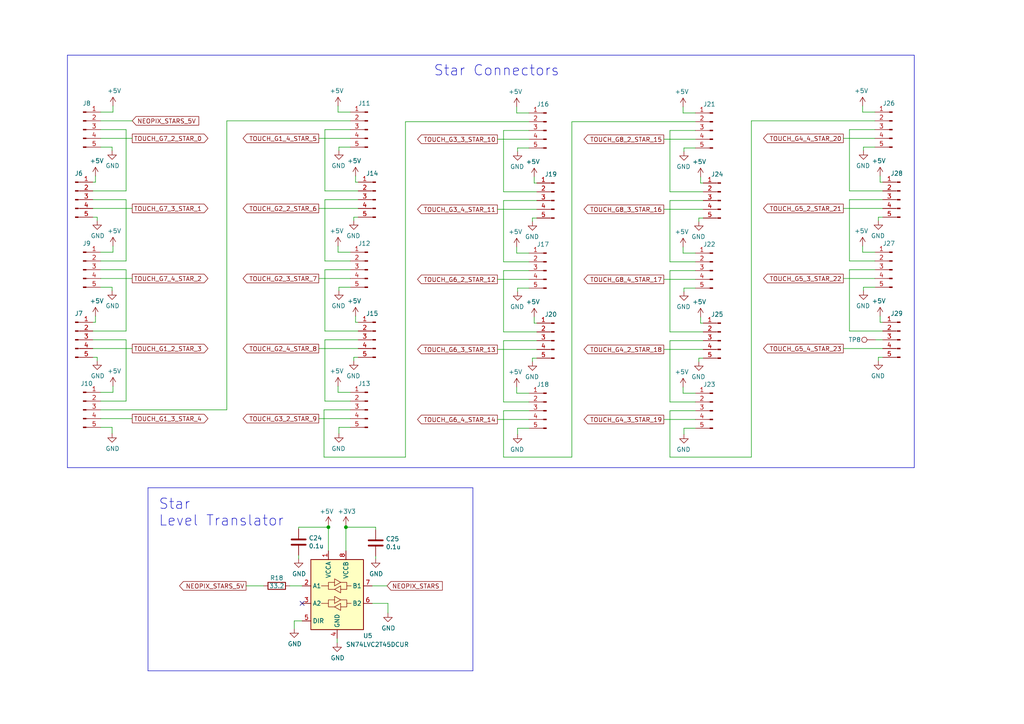
<source format=kicad_sch>
(kicad_sch (version 20230121) (generator eeschema)
  (paper "A4")
  (lib_symbols
    (symbol "Connector:TestPoint" (pin_numbers hide) (pin_names (offset 0.762) hide)
      (property "Reference" "TP" (at 0 6.858 0))
      (property "Value" "TestPoint" (at 0 5.08 0))
      (symbol "TestPoint_0_1"
        (circle (center 0 3.302) (radius 0.762))
      )
      (symbol "TestPoint_1_1"
        (pin passive line (at 0 0 90) (length 2.54) (name "1") (number "1"))
      )
    )
    (symbol "Device:C" (pin_numbers hide) (pin_names (offset 0.254))
      (property "Reference" "C" (at 0.635 2.54 0))
      (property "Value" "C" (at 0.635 -2.54 0))
      (symbol "C_0_1"
        (polyline (pts (xy -2.032 -0.762) (xy 2.032 -0.762)) (stroke (width 0.508)))
        (polyline (pts (xy -2.032 0.762) (xy 2.032 0.762)) (stroke (width 0.508)))
      )
      (symbol "C_1_1"
        (pin passive line (at 0 3.81 270) (length 2.794) (name "~") (number "1"))
        (pin passive line (at 0 -3.81 90) (length 2.794) (name "~") (number "2"))
      )
    )
    (symbol "Device:R" (pin_numbers hide) (pin_names (offset 0))
      (property "Reference" "R" (at 2.032 0 90))
      (property "Value" "R" (at 0 0 90))
      (symbol "R_0_1"
        (rectangle (start -1.016 -2.54) (end 1.016 2.54) (stroke (width 0.254)))
      )
      (symbol "R_1_1"
        (pin passive line (at 0 3.81 270) (length 1.27) (name "~") (number "1"))
        (pin passive line (at 0 -3.81 90) (length 1.27) (name "~") (number "2"))
      )
    )
    (symbol "Logic_LevelTranslator:SN74LVC2T45DCUR"
      (property "Reference" "U" (at -6.35 11.43 0))
      (property "Value" "SN74LVC2T45DCUR" (at 3.81 11.43 0))
      (symbol "SN74LVC2T45DCUR_0_1"
        (rectangle (start -7.62 10.16) (end 7.62 -10.16) (stroke (width 0.254)) (fill (type background)))
        (polyline (pts (xy -2.54 2.54) (xy -2.54 3.556) (xy -0.762 3.556)))
        (polyline (pts (xy 2.794 2.54) (xy 2.794 1.524) (xy 1.016 1.524)))
        (polyline (pts (xy -0.762 1.524) (xy -2.54 1.524) (xy -2.54 2.54) (xy -4.572 2.54)))
        (polyline (pts (xy -0.762 2.54) (xy -0.762 4.572) (xy 1.016 3.556) (xy -0.762 2.54)))
        (polyline (pts (xy 1.016 3.556) (xy 2.794 3.556) (xy 2.794 2.54) (xy 4.064 2.54)))
        (polyline (pts (xy 1.016 2.54) (xy 1.016 0.762) (xy 1.016 0.508) (xy -0.762 1.524) (xy 1.016 2.54)))
      )
      (symbol "SN74LVC2T45DCUR_1_1"
        (polyline (pts (xy -2.54 -2.54) (xy -2.54 -1.524) (xy -0.762 -1.524)))
        (polyline (pts (xy 2.794 -2.54) (xy 2.794 -3.556) (xy 1.016 -3.556)))
        (polyline (pts (xy -0.762 -3.556) (xy -2.54 -3.556) (xy -2.54 -2.54) (xy -4.572 -2.54)))
        (polyline (pts (xy -0.762 -2.54) (xy -0.762 -0.508) (xy 1.016 -1.524) (xy -0.762 -2.54)))
        (polyline (pts (xy 1.016 -1.524) (xy 2.794 -1.524) (xy 2.794 -2.54) (xy 4.064 -2.54)))
        (polyline (pts (xy 1.016 -2.54) (xy 1.016 -4.318) (xy 1.016 -4.572) (xy -0.762 -3.556) (xy 1.016 -2.54)))
        (pin power_in line (at -2.54 12.7 270) (length 2.54) (name "VCCA") (number "1"))
        (pin bidirectional line (at -10.16 2.54 0) (length 2.54) (name "A1") (number "2"))
        (pin bidirectional line (at -10.16 -2.54 0) (length 2.54) (name "A2") (number "3"))
        (pin power_in line (at 0 -12.7 90) (length 2.54) (name "GND") (number "4"))
        (pin input line (at -10.16 -7.62 0) (length 2.54) (name "DIR") (number "5"))
        (pin bidirectional line (at 10.16 -2.54 180) (length 2.54) (name "B2") (number "6"))
        (pin bidirectional line (at 10.16 2.54 180) (length 2.54) (name "B1") (number "7"))
        (pin power_in line (at 2.54 12.7 270) (length 2.54) (name "VCCB") (number "8"))
      )
    )
    (symbol "SpaceCenter_MainBoard_KiCAD-rescue:+3.3V-power" (power) (pin_names (offset 0))
      (property "Value" "+3.3V-power" (at 0 3.556 0))
      (symbol "+3.3V-power_0_1"
        (polyline (pts (xy -0.762 1.27) (xy 0 2.54)))
        (polyline (pts (xy 0 0) (xy 0 2.54)))
        (polyline (pts (xy 0 2.54) (xy 0.762 1.27)))
      )
      (symbol "+3.3V-power_1_1"
        (pin power_in line (at 0 0 90) (length 0) hide (name "+3V3") (number "1"))
      )
    )
    (symbol "SpaceCenter_MainBoard_KiCAD-rescue:Conn_01x05_Male-Connector" (pin_names (offset 1.016) hide)
      (property "Reference" "J" (at 0 7.62 0))
      (property "Value" "Connector_Conn_01x05_Male" (at 0 -7.62 0))
      (symbol "Conn_01x05_Male-Connector_1_1"
        (polyline (pts (xy 1.27 -5.08) (xy 0.8636 -5.08)) (stroke (width 0.1524)))
        (polyline (pts (xy 1.27 -2.54) (xy 0.8636 -2.54)) (stroke (width 0.1524)))
        (polyline (pts (xy 1.27 0) (xy 0.8636 0)) (stroke (width 0.1524)))
        (polyline (pts (xy 1.27 2.54) (xy 0.8636 2.54)) (stroke (width 0.1524)))
        (polyline (pts (xy 1.27 5.08) (xy 0.8636 5.08)) (stroke (width 0.1524)))
        (rectangle (start 0.8636 -4.953) (end 0 -5.207) (stroke (width 0.1524)) (fill (type outline)))
        (rectangle (start 0.8636 -2.413) (end 0 -2.667) (stroke (width 0.1524)) (fill (type outline)))
        (rectangle (start 0.8636 0.127) (end 0 -0.127) (stroke (width 0.1524)) (fill (type outline)))
        (rectangle (start 0.8636 2.667) (end 0 2.413) (stroke (width 0.1524)) (fill (type outline)))
        (rectangle (start 0.8636 5.207) (end 0 4.953) (stroke (width 0.1524)) (fill (type outline)))
        (pin passive line (at 5.08 5.08 180) (length 3.81) (name "Pin_1") (number "1"))
        (pin passive line (at 5.08 2.54 180) (length 3.81) (name "Pin_2") (number "2"))
        (pin passive line (at 5.08 0 180) (length 3.81) (name "Pin_3") (number "3"))
        (pin passive line (at 5.08 -2.54 180) (length 3.81) (name "Pin_4") (number "4"))
        (pin passive line (at 5.08 -5.08 180) (length 3.81) (name "Pin_5") (number "5"))
      )
    )
    (symbol "power:+5V" (power) (pin_names (offset 0))
      (property "Value" "+5V" (at 0 3.556 0))
      (symbol "+5V_0_1"
        (polyline (pts (xy -0.762 1.27) (xy 0 2.54)))
        (polyline (pts (xy 0 0) (xy 0 2.54)))
        (polyline (pts (xy 0 2.54) (xy 0.762 1.27)))
      )
      (symbol "+5V_1_1"
        (pin power_in line (at 0 0 90) (length 0) hide (name "+5V") (number "1"))
      )
    )
    (symbol "power:GND" (power) (pin_names (offset 0))
      (property "Value" "GND" (at 0 -3.81 0))
      (symbol "GND_0_1"
        (polyline (pts (xy 0 0) (xy 0 -1.27) (xy 1.27 -1.27) (xy 0 -2.54) (xy -1.27 -1.27) (xy 0 -1.27)))
      )
      (symbol "GND_1_1"
        (pin power_in line (at 0 0 270) (length 0) hide (name "GND") (number "1"))
      )
    )
  )
  (junction (at 100.33 152.908))
  (junction (at 95.25 152.908))
  (no_connect (at 87.63 175.006))
  (wire (pts (xy 27.686 52.832) (xy 27.686 51.054)))
  (wire (pts (xy 32.512 83.312) (xy 32.512 84.328)))
  (wire (pts (xy 153.416 73.406) (xy 149.86 73.406)))
  (wire (pts (xy 29.21 40.132) (xy 38.354 40.132)))
  (wire (pts (xy 198.12 73.406) (xy 198.12 71.628)))
  (wire (pts (xy 86.614 153.416) (xy 86.614 152.908)))
  (wire (pts (xy 153.416 81.026) (xy 144.272 81.026)))
  (wire (pts (xy 36.576 57.912) (xy 36.576 75.692)))
  (wire (pts (xy 146.05 37.846) (xy 146.05 55.626)))
  (polyline (pts (xy 137.16 194.564) (xy 137.16 141.478)))
  (wire (pts (xy 201.676 37.846) (xy 194.31 37.846)))
  (wire (pts (xy 101.6 37.592) (xy 94.234 37.592)))
  (wire (pts (xy 101.6 78.232) (xy 94.234 78.232)))
  (wire (pts (xy 101.6 40.132) (xy 92.456 40.132)))
  (wire (pts (xy 203.962 60.706) (xy 192.532 60.706)))
  (wire (pts (xy 246.38 75.692) (xy 253.746 75.692)))
  (wire (pts (xy 155.702 63.246) (xy 154.432 63.246)))
  (polyline (pts (xy 265.176 16.002) (xy 265.176 135.636)))
  (wire (pts (xy 203.2 93.726) (xy 203.2 91.948)))
  (wire (pts (xy 155.702 55.626) (xy 146.05 55.626)))
  (wire (pts (xy 146.05 132.588) (xy 165.862 132.588)))
  (wire (pts (xy 32.512 42.672) (xy 32.512 43.688)))
  (wire (pts (xy 203.962 101.346) (xy 192.532 101.346)))
  (wire (pts (xy 203.962 58.166) (xy 194.31 58.166)))
  (wire (pts (xy 32.766 73.152) (xy 32.766 71.374)))
  (wire (pts (xy 253.746 83.312) (xy 250.444 83.312)))
  (wire (pts (xy 250.444 42.672) (xy 250.444 43.688)))
  (wire (pts (xy 103.886 55.372) (xy 94.234 55.372)))
  (wire (pts (xy 201.676 114.046) (xy 198.12 114.046)))
  (polyline (pts (xy 19.558 135.636) (xy 265.176 135.636)))
  (wire (pts (xy 87.63 169.926) (xy 84.074 169.926)))
  (wire (pts (xy 101.6 123.952) (xy 98.298 123.952)))
  (wire (pts (xy 102.616 103.632) (xy 102.616 104.648)))
  (wire (pts (xy 26.924 101.092) (xy 38.354 101.092)))
  (wire (pts (xy 256.032 57.912) (xy 246.38 57.912)))
  (wire (pts (xy 155.702 93.726) (xy 154.94 93.726)))
  (wire (pts (xy 98.044 113.792) (xy 98.044 112.014)))
  (wire (pts (xy 201.676 124.206) (xy 198.374 124.206)))
  (wire (pts (xy 253.746 42.672) (xy 250.444 42.672)))
  (wire (pts (xy 256.032 96.012) (xy 246.38 96.012)))
  (wire (pts (xy 253.746 80.772) (xy 244.602 80.772)))
  (wire (pts (xy 150.114 42.926) (xy 150.114 43.942)))
  (wire (pts (xy 149.86 114.046) (xy 149.86 112.268)))
  (wire (pts (xy 29.21 32.512) (xy 32.766 32.512)))
  (wire (pts (xy 28.194 62.992) (xy 28.194 64.008)))
  (wire (pts (xy 71.374 169.926) (xy 76.454 169.926)))
  (wire (pts (xy 153.416 114.046) (xy 149.86 114.046)))
  (wire (pts (xy 194.31 119.126) (xy 201.676 119.126)))
  (wire (pts (xy 246.38 37.592) (xy 246.38 55.372)))
  (wire (pts (xy 250.444 83.312) (xy 250.444 84.328)))
  (wire (pts (xy 101.6 42.672) (xy 98.298 42.672)))
  (wire (pts (xy 203.2 53.086) (xy 203.2 51.308)))
  (wire (pts (xy 26.924 60.452) (xy 38.354 60.452)))
  (wire (pts (xy 107.95 169.926) (xy 112.268 169.926)))
  (wire (pts (xy 203.962 55.626) (xy 194.31 55.626)))
  (wire (pts (xy 253.746 32.512) (xy 250.19 32.512)))
  (wire (pts (xy 95.25 152.4) (xy 95.25 152.908)))
  (wire (pts (xy 146.05 119.126) (xy 153.416 119.126)))
  (wire (pts (xy 194.31 37.846) (xy 194.31 55.626)))
  (wire (pts (xy 256.032 101.092) (xy 244.602 101.092)))
  (wire (pts (xy 198.12 114.046) (xy 198.12 112.268)))
  (wire (pts (xy 149.86 32.766) (xy 149.86 30.988)))
  (wire (pts (xy 65.786 118.872) (xy 65.786 35.052)))
  (wire (pts (xy 146.05 119.126) (xy 146.05 132.588)))
  (wire (pts (xy 103.886 103.632) (xy 102.616 103.632)))
  (wire (pts (xy 155.702 98.806) (xy 146.05 98.806)))
  (wire (pts (xy 194.31 116.586) (xy 201.676 116.586)))
  (wire (pts (xy 146.05 75.946) (xy 153.416 75.946)))
  (wire (pts (xy 165.862 35.306) (xy 201.676 35.306)))
  (wire (pts (xy 101.6 113.792) (xy 98.044 113.792)))
  (wire (pts (xy 254 98.552) (xy 256.032 98.552)))
  (wire (pts (xy 26.924 93.472) (xy 27.686 93.472)))
  (wire (pts (xy 93.98 118.872) (xy 93.98 132.588)))
  (wire (pts (xy 194.31 75.946) (xy 201.676 75.946)))
  (wire (pts (xy 36.576 75.692) (xy 29.21 75.692)))
  (wire (pts (xy 26.924 57.912) (xy 36.576 57.912)))
  (wire (pts (xy 201.676 32.766) (xy 198.12 32.766)))
  (wire (pts (xy 198.374 42.926) (xy 198.374 43.942)))
  (wire (pts (xy 36.576 116.332) (xy 29.21 116.332)))
  (wire (pts (xy 94.234 116.332) (xy 101.6 116.332)))
  (wire (pts (xy 146.05 58.166) (xy 146.05 75.946)))
  (wire (pts (xy 201.676 42.926) (xy 198.374 42.926)))
  (wire (pts (xy 103.886 93.472) (xy 103.124 93.472)))
  (wire (pts (xy 201.676 78.486) (xy 194.31 78.486)))
  (wire (pts (xy 85.344 180.086) (xy 87.63 180.086)))
  (wire (pts (xy 253.746 37.592) (xy 246.38 37.592)))
  (wire (pts (xy 201.676 121.666) (xy 192.532 121.666)))
  (wire (pts (xy 155.702 101.346) (xy 144.272 101.346)))
  (wire (pts (xy 153.416 78.486) (xy 146.05 78.486)))
  (wire (pts (xy 253.746 40.132) (xy 244.602 40.132)))
  (wire (pts (xy 103.886 62.992) (xy 102.616 62.992)))
  (wire (pts (xy 36.576 98.552) (xy 36.576 116.332)))
  (wire (pts (xy 256.032 62.992) (xy 254.762 62.992)))
  (wire (pts (xy 150.114 83.566) (xy 150.114 84.582)))
  (wire (pts (xy 198.374 83.566) (xy 198.374 84.582)))
  (wire (pts (xy 28.194 103.632) (xy 28.194 104.648)))
  (wire (pts (xy 26.924 55.372) (xy 36.576 55.372)))
  (wire (pts (xy 101.6 73.152) (xy 98.044 73.152)))
  (wire (pts (xy 26.924 98.552) (xy 36.576 98.552)))
  (wire (pts (xy 38.354 35.052) (xy 29.21 35.052)))
  (wire (pts (xy 26.924 62.992) (xy 28.194 62.992)))
  (wire (pts (xy 198.374 124.206) (xy 198.374 125.984)))
  (wire (pts (xy 102.616 62.992) (xy 102.616 64.008)))
  (wire (pts (xy 100.33 159.766) (xy 100.33 152.908)))
  (wire (pts (xy 108.966 152.908) (xy 100.33 152.908)))
  (wire (pts (xy 26.924 103.632) (xy 28.194 103.632)))
  (wire (pts (xy 103.124 52.832) (xy 103.124 51.054)))
  (wire (pts (xy 217.932 132.588) (xy 217.932 35.052)))
  (wire (pts (xy 246.38 57.912) (xy 246.38 75.692)))
  (wire (pts (xy 254.762 103.632) (xy 254.762 104.648)))
  (wire (pts (xy 29.21 78.232) (xy 36.576 78.232)))
  (wire (pts (xy 203.962 53.086) (xy 203.2 53.086)))
  (wire (pts (xy 100.33 152.4) (xy 100.33 152.908)))
  (wire (pts (xy 103.886 101.092) (xy 92.456 101.092)))
  (polyline (pts (xy 19.558 16.002) (xy 19.558 135.636)))
  (wire (pts (xy 149.86 73.406) (xy 149.86 71.628)))
  (wire (pts (xy 217.932 35.052) (xy 253.746 35.052)))
  (wire (pts (xy 155.702 96.266) (xy 146.05 96.266)))
  (wire (pts (xy 153.416 42.926) (xy 150.114 42.926)))
  (wire (pts (xy 155.702 58.166) (xy 146.05 58.166)))
  (wire (pts (xy 153.416 124.206) (xy 150.114 124.206)))
  (wire (pts (xy 98.044 32.512) (xy 98.044 30.734)))
  (wire (pts (xy 201.676 73.406) (xy 198.12 73.406)))
  (wire (pts (xy 154.94 93.726) (xy 154.94 91.948)))
  (wire (pts (xy 103.886 57.912) (xy 94.234 57.912)))
  (wire (pts (xy 94.234 57.912) (xy 94.234 75.692)))
  (wire (pts (xy 101.6 32.512) (xy 98.044 32.512)))
  (wire (pts (xy 201.676 83.566) (xy 198.374 83.566)))
  (wire (pts (xy 29.21 123.952) (xy 32.512 123.952)))
  (wire (pts (xy 153.416 83.566) (xy 150.114 83.566)))
  (wire (pts (xy 254.762 62.992) (xy 254.762 64.008)))
  (wire (pts (xy 203.962 96.266) (xy 194.31 96.266)))
  (wire (pts (xy 98.298 123.952) (xy 98.298 125.73)))
  (wire (pts (xy 153.416 121.666) (xy 144.272 121.666)))
  (wire (pts (xy 36.576 78.232) (xy 36.576 96.012)))
  (wire (pts (xy 194.31 119.126) (xy 194.31 132.588)))
  (wire (pts (xy 256.032 60.452) (xy 244.602 60.452)))
  (wire (pts (xy 94.234 75.692) (xy 101.6 75.692)))
  (wire (pts (xy 165.862 132.588) (xy 165.862 35.306)))
  (wire (pts (xy 255.27 52.832) (xy 255.27 51.054)))
  (wire (pts (xy 253.746 78.232) (xy 246.38 78.232)))
  (wire (pts (xy 103.886 60.452) (xy 92.456 60.452)))
  (wire (pts (xy 203.962 93.726) (xy 203.2 93.726)))
  (wire (pts (xy 256.032 103.632) (xy 254.762 103.632)))
  (wire (pts (xy 29.21 83.312) (xy 32.512 83.312)))
  (wire (pts (xy 253.746 73.152) (xy 250.19 73.152)))
  (polyline (pts (xy 19.558 16.002) (xy 265.176 16.002)))
  (wire (pts (xy 101.6 121.412) (xy 92.456 121.412)))
  (wire (pts (xy 198.12 32.766) (xy 198.12 30.988)))
  (wire (pts (xy 32.766 113.792) (xy 32.766 112.014)))
  (wire (pts (xy 103.886 96.012) (xy 94.234 96.012)))
  (wire (pts (xy 201.676 40.386) (xy 192.532 40.386)))
  (wire (pts (xy 153.416 37.846) (xy 146.05 37.846)))
  (wire (pts (xy 256.032 52.832) (xy 255.27 52.832)))
  (wire (pts (xy 108.966 161.29) (xy 108.966 162.052)))
  (wire (pts (xy 29.21 37.592) (xy 36.576 37.592)))
  (wire (pts (xy 201.676 81.026) (xy 192.532 81.026)))
  (wire (pts (xy 95.25 159.766) (xy 95.25 152.908)))
  (polyline (pts (xy 137.16 141.478) (xy 42.926 141.478)))
  (wire (pts (xy 98.044 73.152) (xy 98.044 71.374)))
  (wire (pts (xy 112.522 175.006) (xy 112.522 177.8)))
  (polyline (pts (xy 42.926 141.478) (xy 42.926 194.564)))
  (wire (pts (xy 194.31 58.166) (xy 194.31 75.946)))
  (wire (pts (xy 154.432 63.246) (xy 154.432 64.262)))
  (wire (pts (xy 117.602 132.588) (xy 117.602 35.306)))
  (wire (pts (xy 150.114 124.206) (xy 150.114 125.984)))
  (wire (pts (xy 86.614 161.036) (xy 86.614 162.052)))
  (wire (pts (xy 155.702 53.086) (xy 154.94 53.086)))
  (wire (pts (xy 94.234 37.592) (xy 94.234 55.372)))
  (wire (pts (xy 103.124 93.472) (xy 103.124 91.694)))
  (wire (pts (xy 194.31 132.588) (xy 217.932 132.588)))
  (wire (pts (xy 146.05 116.586) (xy 153.416 116.586)))
  (wire (pts (xy 153.416 40.386) (xy 144.272 40.386)))
  (wire (pts (xy 29.21 121.412) (xy 38.354 121.412)))
  (wire (pts (xy 203.962 98.806) (xy 194.31 98.806)))
  (wire (pts (xy 194.31 98.806) (xy 194.31 116.586)))
  (wire (pts (xy 85.344 182.372) (xy 85.344 180.086)))
  (wire (pts (xy 29.21 113.792) (xy 32.766 113.792)))
  (wire (pts (xy 146.05 98.806) (xy 146.05 116.586)))
  (wire (pts (xy 32.766 32.512) (xy 32.766 30.734)))
  (wire (pts (xy 202.692 63.246) (xy 202.692 64.262)))
  (wire (pts (xy 32.512 123.952) (xy 32.512 125.73)))
  (wire (pts (xy 29.21 42.672) (xy 32.512 42.672)))
  (wire (pts (xy 94.234 98.552) (xy 94.234 116.332)))
  (wire (pts (xy 29.21 80.772) (xy 38.354 80.772)))
  (wire (pts (xy 93.98 118.872) (xy 101.6 118.872)))
  (wire (pts (xy 203.962 63.246) (xy 202.692 63.246)))
  (wire (pts (xy 155.702 103.886) (xy 154.432 103.886)))
  (wire (pts (xy 246.38 78.232) (xy 246.38 96.012)))
  (wire (pts (xy 194.31 78.486) (xy 194.31 96.266)))
  (wire (pts (xy 155.702 60.706) (xy 144.272 60.706)))
  (wire (pts (xy 26.924 96.012) (xy 36.576 96.012)))
  (wire (pts (xy 255.27 93.472) (xy 255.27 91.694)))
  (wire (pts (xy 250.19 73.152) (xy 250.19 71.374)))
  (wire (pts (xy 250.19 32.512) (xy 250.19 30.734)))
  (wire (pts (xy 103.886 98.552) (xy 94.234 98.552)))
  (wire (pts (xy 65.786 35.052) (xy 101.6 35.052)))
  (wire (pts (xy 93.98 132.588) (xy 117.602 132.588)))
  (wire (pts (xy 202.692 103.886) (xy 202.692 104.902)))
  (wire (pts (xy 154.94 53.086) (xy 154.94 51.308)))
  (wire (pts (xy 36.576 37.592) (xy 36.576 55.372)))
  (wire (pts (xy 154.432 103.886) (xy 154.432 104.902)))
  (wire (pts (xy 203.962 103.886) (xy 202.692 103.886)))
  (wire (pts (xy 256.032 55.372) (xy 246.38 55.372)))
  (wire (pts (xy 256.032 93.472) (xy 255.27 93.472)))
  (wire (pts (xy 153.416 32.766) (xy 149.86 32.766)))
  (wire (pts (xy 146.05 78.486) (xy 146.05 96.266)))
  (wire (pts (xy 86.614 152.908) (xy 95.25 152.908)))
  (wire (pts (xy 98.298 83.312) (xy 98.298 84.328)))
  (wire (pts (xy 97.79 185.166) (xy 97.79 186.436)))
  (wire (pts (xy 108.966 153.67) (xy 108.966 152.908)))
  (wire (pts (xy 26.924 52.832) (xy 27.686 52.832)))
  (wire (pts (xy 29.21 73.152) (xy 32.766 73.152)))
  (wire (pts (xy 101.6 80.772) (xy 92.456 80.772)))
  (wire (pts (xy 117.602 35.306) (xy 153.416 35.306)))
  (wire (pts (xy 29.21 118.872) (xy 65.786 118.872)))
  (wire (pts (xy 103.886 52.832) (xy 103.124 52.832)))
  (wire (pts (xy 94.234 78.232) (xy 94.234 96.012)))
  (polyline (pts (xy 42.926 194.564) (xy 137.16 194.564)))
  (wire (pts (xy 107.95 175.006) (xy 112.522 175.006)))
  (wire (pts (xy 27.686 93.472) (xy 27.686 91.694)))
  (wire (pts (xy 98.298 42.672) (xy 98.298 43.688)))
  (wire (pts (xy 101.6 83.312) (xy 98.298 83.312)))
  (text "Star\nLevel Translator" (at 45.974 152.908 0) (effects (font (size 2.9972 2.9972)) (justify left bottom)))
  (text "Star Connectors" (at 125.73 22.352 0) (effects (font (size 2.9972 2.9972)) (justify left bottom)))
  (global_label "TOUCH_G8_2_STAR_15" (shape output) (at 192.532 40.386 180) (property "Intersheetrefs" "${INTERSHEET_REFS}" (effects hide)))
  (global_label "TOUCH_G6_2_STAR_12" (shape output) (at 144.272 81.026 180) (property "Intersheetrefs" "${INTERSHEET_REFS}" (effects hide)))
  (global_label "TOUCH_G3_2_STAR_9" (shape output) (at 92.456 121.412 180) (property "Intersheetrefs" "${INTERSHEET_REFS}" (effects hide)))
  (global_label "TOUCH_G7_3_STAR_1" (shape output) (at 38.354 60.452 0) (property "Intersheetrefs" "${INTERSHEET_REFS}" (effects hide)))
  (global_label "TOUCH_G8_4_STAR_17" (shape output) (at 192.532 81.026 180) (property "Intersheetrefs" "${INTERSHEET_REFS}" (effects hide)))
  (global_label "TOUCH_G3_4_STAR_11" (shape output) (at 144.272 60.706 180) (property "Intersheetrefs" "${INTERSHEET_REFS}" (effects hide)))
  (global_label "TOUCH_G2_4_STAR_8" (shape output) (at 92.456 101.092 180) (property "Intersheetrefs" "${INTERSHEET_REFS}" (effects hide)))
  (global_label "NEOPIX_STARS" (shape input) (at 112.268 169.926 0) (property "Intersheetrefs" "${INTERSHEET_REFS}" (effects hide)))
  (global_label "TOUCH_G8_3_STAR_16" (shape output) (at 192.532 60.706 180) (property "Intersheetrefs" "${INTERSHEET_REFS}" (effects hide)))
  (global_label "TOUCH_G4_4_STAR_20" (shape output) (at 244.602 40.132 180) (property "Intersheetrefs" "${INTERSHEET_REFS}" (effects hide)))
  (global_label "TOUCH_G4_3_STAR_19" (shape output) (at 192.532 121.666 180) (property "Intersheetrefs" "${INTERSHEET_REFS}" (effects hide)))
  (global_label "NEOPIX_STARS_5V" (shape input) (at 38.354 35.052 0) (property "Intersheetrefs" "${INTERSHEET_REFS}" (effects hide)))
  (global_label "TOUCH_G5_2_STAR_21" (shape output) (at 244.602 60.452 180) (property "Intersheetrefs" "${INTERSHEET_REFS}" (effects hide)))
  (global_label "TOUCH_G3_3_STAR_10" (shape output) (at 144.272 40.386 180) (property "Intersheetrefs" "${INTERSHEET_REFS}" (effects hide)))
  (global_label "TOUCH_G2_2_STAR_6" (shape output) (at 92.456 60.452 180) (property "Intersheetrefs" "${INTERSHEET_REFS}" (effects hide)))
  (global_label "TOUCH_G5_3_STAR_22" (shape output) (at 244.602 80.772 180) (property "Intersheetrefs" "${INTERSHEET_REFS}" (effects hide)))
  (global_label "NEOPIX_STARS_5V" (shape output) (at 71.374 169.926 180) (property "Intersheetrefs" "${INTERSHEET_REFS}" (effects hide)))
  (global_label "TOUCH_G6_4_STAR_14" (shape output) (at 144.272 121.666 180) (property "Intersheetrefs" "${INTERSHEET_REFS}" (effects hide)))
  (global_label "TOUCH_G2_3_STAR_7" (shape output) (at 92.456 80.772 180) (property "Intersheetrefs" "${INTERSHEET_REFS}" (effects hide)))
  (global_label "TOUCH_G6_3_STAR_13" (shape output) (at 144.272 101.346 180) (property "Intersheetrefs" "${INTERSHEET_REFS}" (effects hide)))
  (global_label "TOUCH_G7_4_STAR_2" (shape output) (at 38.354 80.772 0) (property "Intersheetrefs" "${INTERSHEET_REFS}" (effects hide)))
  (global_label "TOUCH_G5_4_STAR_23" (shape output) (at 244.602 101.092 180) (property "Intersheetrefs" "${INTERSHEET_REFS}" (effects hide)))
  (global_label "TOUCH_G1_4_STAR_5" (shape output) (at 92.456 40.132 180) (property "Intersheetrefs" "${INTERSHEET_REFS}" (effects hide)))
  (global_label "TOUCH_G1_3_STAR_4" (shape output) (at 38.354 121.412 0) (property "Intersheetrefs" "${INTERSHEET_REFS}" (effects hide)))
  (global_label "TOUCH_G1_2_STAR_3" (shape output) (at 38.354 101.092 0) (property "Intersheetrefs" "${INTERSHEET_REFS}" (effects hide)))
  (global_label "TOUCH_G7_2_STAR_0" (shape output) (at 38.354 40.132 0) (property "Intersheetrefs" "${INTERSHEET_REFS}" (effects hide)))
  (global_label "TOUCH_G4_2_STAR_18" (shape output) (at 192.532 101.346 180) (property "Intersheetrefs" "${INTERSHEET_REFS}" (effects hide)))
  (symbol (lib_id "Logic_LevelTranslator:SN74LVC2T45DCUR") (at 97.79 172.466 0) (unit 1)
    (property "Reference" "U5" (at 106.68 184.404 0))
    (property "Value" "SN74LVC2T45DCUR" (at 109.474 186.944 0))
    (property "Footprint" "Package_SO:VSSOP-8_2.4x2.1mm_P0.5mm" (effects hide))
    (property "Datasheet" "http://www.ti.com/lit/ds/symlink/sn74lvc2t45.pdf" (effects hide))
  )
  (symbol (lib_id "SpaceCenter_MainBoard_KiCAD-rescue:Conn_01x05_Male-Connector") (at 24.13 37.592 0) (unit 1)
    (property "Reference" "J8" (at 25.146 29.972 0))
    (property "Value" "Conn_01x05_Male" (effects hide))
    (property "Footprint" "Connector_JST:JST_SH_BM05B-SRSS-TB_1x05-1MP_P1.00mm_Vertical" (effects hide))
  )
  (symbol (lib_id "power:+5V") (at 32.766 30.734 0) (unit 1)
    (property "Reference" "#PWR061" (effects hide))
    (property "Value" "+5V" (at 33.147 26.3398 0))
  )
  (symbol (lib_id "power:GND") (at 32.512 43.688 0) (unit 1)
    (property "Reference" "#PWR058" (effects hide))
    (property "Value" "GND" (at 32.639 48.0822 0))
  )
  (symbol (lib_id "SpaceCenter_MainBoard_KiCAD-rescue:Conn_01x05_Male-Connector") (at 21.844 57.912 0) (unit 1)
    (property "Reference" "J6" (at 22.86 50.292 0))
    (property "Value" "Conn_01x05_Male" (effects hide))
    (property "Footprint" "Connector_JST:JST_SH_BM05B-SRSS-TB_1x05-1MP_P1.00mm_Vertical" (effects hide))
  )
  (symbol (lib_id "power:+5V") (at 27.686 51.054 0) (unit 1)
    (property "Reference" "#PWR054" (effects hide))
    (property "Value" "+5V" (at 28.067 46.6598 0))
  )
  (symbol (lib_id "power:GND") (at 28.194 64.008 0) (unit 1)
    (property "Reference" "#PWR056" (effects hide))
    (property "Value" "GND" (at 28.321 68.4022 0))
  )
  (symbol (lib_id "Device:R") (at 80.264 169.926 270) (unit 1)
    (property "Reference" "R18" (at 80.264 167.64 90))
    (property "Value" "33.2" (at 80.264 169.926 90))
    (property "Footprint" "Resistor_SMD:R_0603_1608Metric_Pad1.05x0.95mm_HandSolder" (effects hide))
  )
  (symbol (lib_id "power:+5V") (at 95.25 152.4 0) (unit 1)
    (property "Reference" "#PWR066" (effects hide))
    (property "Value" "+5V" (at 94.742 148.336 0))
  )
  (symbol (lib_id "SpaceCenter_MainBoard_KiCAD-rescue:+3.3V-power") (at 100.33 152.4 0) (unit 1)
    (property "Reference" "#PWR074" (effects hide))
    (property "Value" "+3.3V" (at 100.584 148.336 0))
  )
  (symbol (lib_id "Device:C") (at 108.966 157.48 0) (unit 1)
    (property "Reference" "C25" (at 111.887 156.3116 0) (effects (justify left)))
    (property "Value" "0.1u" (at 111.887 158.623 0) (effects (justify left)))
    (property "Footprint" "Capacitor_SMD:C_0603_1608Metric_Pad1.05x0.95mm_HandSolder" (effects hide))
  )
  (symbol (lib_id "Device:C") (at 86.614 157.226 0) (unit 1)
    (property "Reference" "C24" (at 89.535 156.0576 0) (effects (justify left)))
    (property "Value" "0.1u" (at 89.535 158.369 0) (effects (justify left)))
    (property "Footprint" "Capacitor_SMD:C_0603_1608Metric_Pad1.05x0.95mm_HandSolder" (effects hide))
  )
  (symbol (lib_id "power:GND") (at 86.614 162.052 0) (unit 1)
    (property "Reference" "#PWR065" (effects hide))
    (property "Value" "GND" (at 86.741 166.4462 0))
  )
  (symbol (lib_id "power:GND") (at 108.966 162.052 0) (unit 1)
    (property "Reference" "#PWR079" (effects hide))
    (property "Value" "GND" (at 109.093 166.4462 0))
  )
  (symbol (lib_id "power:GND") (at 97.79 186.436 0) (unit 1)
    (property "Reference" "#PWR067" (effects hide))
    (property "Value" "GND" (at 97.917 190.8302 0))
  )
  (symbol (lib_id "power:GND") (at 85.344 182.372 0) (unit 1)
    (property "Reference" "#PWR064" (effects hide))
    (property "Value" "GND" (at 85.471 186.7662 0))
  )
  (symbol (lib_id "SpaceCenter_MainBoard_KiCAD-rescue:Conn_01x05_Male-Connector") (at 24.13 78.232 0) (unit 1)
    (property "Reference" "J9" (at 25.146 70.612 0))
    (property "Value" "Conn_01x05_Male" (effects hide))
    (property "Footprint" "Connector_JST:JST_SH_BM05B-SRSS-TB_1x05-1MP_P1.00mm_Vertical" (effects hide))
  )
  (symbol (lib_id "power:+5V") (at 32.766 71.374 0) (unit 1)
    (property "Reference" "#PWR062" (effects hide))
    (property "Value" "+5V" (at 33.147 66.9798 0))
  )
  (symbol (lib_id "power:GND") (at 32.512 84.328 0) (unit 1)
    (property "Reference" "#PWR059" (effects hide))
    (property "Value" "GND" (at 32.639 88.7222 0))
  )
  (symbol (lib_id "SpaceCenter_MainBoard_KiCAD-rescue:Conn_01x05_Male-Connector") (at 21.844 98.552 0) (unit 1)
    (property "Reference" "J7" (at 22.86 90.932 0))
    (property "Value" "Conn_01x05_Male" (effects hide))
    (property "Footprint" "Connector_JST:JST_SH_BM05B-SRSS-TB_1x05-1MP_P1.00mm_Vertical" (effects hide))
  )
  (symbol (lib_id "power:+5V") (at 27.686 91.694 0) (unit 1)
    (property "Reference" "#PWR055" (effects hide))
    (property "Value" "+5V" (at 28.067 87.2998 0))
  )
  (symbol (lib_id "power:GND") (at 28.194 104.648 0) (unit 1)
    (property "Reference" "#PWR057" (effects hide))
    (property "Value" "GND" (at 28.321 109.0422 0))
  )
  (symbol (lib_id "SpaceCenter_MainBoard_KiCAD-rescue:Conn_01x05_Male-Connector") (at 24.13 118.872 0) (unit 1)
    (property "Reference" "J10" (at 25.146 111.252 0))
    (property "Value" "Conn_01x05_Male" (effects hide))
    (property "Footprint" "Connector_JST:JST_SH_BM05B-SRSS-TB_1x05-1MP_P1.00mm_Vertical" (effects hide))
  )
  (symbol (lib_id "power:+5V") (at 32.766 112.014 0) (unit 1)
    (property "Reference" "#PWR063" (effects hide))
    (property "Value" "+5V" (at 33.147 107.6198 0))
  )
  (symbol (lib_id "power:GND") (at 32.512 125.73 0) (unit 1)
    (property "Reference" "#PWR060" (effects hide))
    (property "Value" "GND" (at 32.639 130.1242 0))
  )
  (symbol (lib_id "SpaceCenter_MainBoard_KiCAD-rescue:Conn_01x05_Male-Connector") (at 106.68 37.592 0) (mirror y) (unit 1)
    (property "Reference" "J11" (at 105.664 29.972 0))
    (property "Value" "Conn_01x05_Male" (effects hide))
    (property "Footprint" "Connector_JST:JST_SH_BM05B-SRSS-TB_1x05-1MP_P1.00mm_Vertical" (effects hide))
  )
  (symbol (lib_id "power:+5V") (at 98.044 30.734 0) (mirror y) (unit 1)
    (property "Reference" "#PWR068" (effects hide))
    (property "Value" "+5V" (at 97.663 26.3398 0))
  )
  (symbol (lib_id "power:GND") (at 98.298 43.688 0) (mirror y) (unit 1)
    (property "Reference" "#PWR071" (effects hide))
    (property "Value" "GND" (at 98.171 48.0822 0))
  )
  (symbol (lib_id "SpaceCenter_MainBoard_KiCAD-rescue:Conn_01x05_Male-Connector") (at 108.966 57.912 0) (mirror y) (unit 1)
    (property "Reference" "J14" (at 107.95 50.292 0))
    (property "Value" "Conn_01x05_Male" (effects hide))
    (property "Footprint" "Connector_JST:JST_SH_BM05B-SRSS-TB_1x05-1MP_P1.00mm_Vertical" (effects hide))
  )
  (symbol (lib_id "power:+5V") (at 103.124 51.054 0) (mirror y) (unit 1)
    (property "Reference" "#PWR077" (effects hide))
    (property "Value" "+5V" (at 102.743 46.6598 0))
  )
  (symbol (lib_id "power:GND") (at 102.616 64.008 0) (mirror y) (unit 1)
    (property "Reference" "#PWR075" (effects hide))
    (property "Value" "GND" (at 102.489 68.4022 0))
  )
  (symbol (lib_id "SpaceCenter_MainBoard_KiCAD-rescue:Conn_01x05_Male-Connector") (at 106.68 78.232 0) (mirror y) (unit 1)
    (property "Reference" "J12" (at 105.664 70.612 0))
    (property "Value" "Conn_01x05_Male" (effects hide))
    (property "Footprint" "Connector_JST:JST_SH_BM05B-SRSS-TB_1x05-1MP_P1.00mm_Vertical" (effects hide))
  )
  (symbol (lib_id "power:+5V") (at 98.044 71.374 0) (mirror y) (unit 1)
    (property "Reference" "#PWR069" (effects hide))
    (property "Value" "+5V" (at 97.663 66.9798 0))
  )
  (symbol (lib_id "power:GND") (at 98.298 84.328 0) (mirror y) (unit 1)
    (property "Reference" "#PWR072" (effects hide))
    (property "Value" "GND" (at 98.171 88.7222 0))
  )
  (symbol (lib_id "SpaceCenter_MainBoard_KiCAD-rescue:Conn_01x05_Male-Connector") (at 108.966 98.552 0) (mirror y) (unit 1)
    (property "Reference" "J15" (at 107.95 90.932 0))
    (property "Value" "Conn_01x05_Male" (effects hide))
    (property "Footprint" "Connector_JST:JST_SH_BM05B-SRSS-TB_1x05-1MP_P1.00mm_Vertical" (effects hide))
  )
  (symbol (lib_id "power:+5V") (at 103.124 91.694 0) (mirror y) (unit 1)
    (property "Reference" "#PWR078" (effects hide))
    (property "Value" "+5V" (at 102.743 87.2998 0))
  )
  (symbol (lib_id "power:GND") (at 102.616 104.648 0) (mirror y) (unit 1)
    (property "Reference" "#PWR076" (effects hide))
    (property "Value" "GND" (at 102.489 109.0422 0))
  )
  (symbol (lib_id "SpaceCenter_MainBoard_KiCAD-rescue:Conn_01x05_Male-Connector") (at 106.68 118.872 0) (mirror y) (unit 1)
    (property "Reference" "J13" (at 105.664 111.252 0))
    (property "Value" "Conn_01x05_Male" (effects hide))
    (property "Footprint" "Connector_JST:JST_SH_BM05B-SRSS-TB_1x05-1MP_P1.00mm_Vertical" (effects hide))
  )
  (symbol (lib_id "power:+5V") (at 98.044 112.014 0) (mirror y) (unit 1)
    (property "Reference" "#PWR070" (effects hide))
    (property "Value" "+5V" (at 97.663 107.6198 0))
  )
  (symbol (lib_id "power:GND") (at 98.298 125.73 0) (mirror y) (unit 1)
    (property "Reference" "#PWR073" (effects hide))
    (property "Value" "GND" (at 98.171 130.1242 0))
  )
  (symbol (lib_id "power:GND") (at 112.522 177.8 0) (unit 1)
    (property "Reference" "#PWR080" (effects hide))
    (property "Value" "GND" (at 112.649 182.1942 0))
  )
  (symbol (lib_id "SpaceCenter_MainBoard_KiCAD-rescue:Conn_01x05_Male-Connector") (at 158.496 37.846 0) (mirror y) (unit 1)
    (property "Reference" "J16" (at 157.48 30.226 0))
    (property "Value" "Conn_01x05_Male" (effects hide))
    (property "Footprint" "Connector_JST:JST_SH_BM05B-SRSS-TB_1x05-1MP_P1.00mm_Vertical" (effects hide))
  )
  (symbol (lib_id "power:+5V") (at 149.86 30.988 0) (mirror y) (unit 1)
    (property "Reference" "#PWR081" (effects hide))
    (property "Value" "+5V" (at 149.479 26.5938 0))
  )
  (symbol (lib_id "power:GND") (at 150.114 43.942 0) (mirror y) (unit 1)
    (property "Reference" "#PWR084" (effects hide))
    (property "Value" "GND" (at 149.987 48.3362 0))
  )
  (symbol (lib_id "SpaceCenter_MainBoard_KiCAD-rescue:Conn_01x05_Male-Connector") (at 160.782 58.166 0) (mirror y) (unit 1)
    (property "Reference" "J19" (at 159.766 50.546 0))
    (property "Value" "Conn_01x05_Male" (effects hide))
    (property "Footprint" "Connector_JST:JST_SH_BM05B-SRSS-TB_1x05-1MP_P1.00mm_Vertical" (effects hide))
  )
  (symbol (lib_id "power:+5V") (at 154.94 51.308 0) (mirror y) (unit 1)
    (property "Reference" "#PWR089" (effects hide))
    (property "Value" "+5V" (at 154.559 46.9138 0))
  )
  (symbol (lib_id "power:GND") (at 154.432 64.262 0) (mirror y) (unit 1)
    (property "Reference" "#PWR087" (effects hide))
    (property "Value" "GND" (at 154.305 68.6562 0))
  )
  (symbol (lib_id "SpaceCenter_MainBoard_KiCAD-rescue:Conn_01x05_Male-Connector") (at 158.496 78.486 0) (mirror y) (unit 1)
    (property "Reference" "J17" (at 157.48 70.866 0))
    (property "Value" "Conn_01x05_Male" (effects hide))
    (property "Footprint" "Connector_JST:JST_SH_BM05B-SRSS-TB_1x05-1MP_P1.00mm_Vertical" (effects hide))
  )
  (symbol (lib_id "power:+5V") (at 149.86 71.628 0) (mirror y) (unit 1)
    (property "Reference" "#PWR082" (effects hide))
    (property "Value" "+5V" (at 149.479 67.2338 0))
  )
  (symbol (lib_id "power:GND") (at 150.114 84.582 0) (mirror y) (unit 1)
    (property "Reference" "#PWR085" (effects hide))
    (property "Value" "GND" (at 149.987 88.9762 0))
  )
  (symbol (lib_id "SpaceCenter_MainBoard_KiCAD-rescue:Conn_01x05_Male-Connector") (at 160.782 98.806 0) (mirror y) (unit 1)
    (property "Reference" "J20" (at 159.766 91.186 0))
    (property "Value" "Conn_01x05_Male" (effects hide))
    (property "Footprint" "Connector_JST:JST_SH_BM05B-SRSS-TB_1x05-1MP_P1.00mm_Vertical" (effects hide))
  )
  (symbol (lib_id "power:+5V") (at 154.94 91.948 0) (mirror y) (unit 1)
    (property "Reference" "#PWR090" (effects hide))
    (property "Value" "+5V" (at 154.559 87.5538 0))
  )
  (symbol (lib_id "power:GND") (at 154.432 104.902 0) (mirror y) (unit 1)
    (property "Reference" "#PWR088" (effects hide))
    (property "Value" "GND" (at 154.305 109.2962 0))
  )
  (symbol (lib_id "SpaceCenter_MainBoard_KiCAD-rescue:Conn_01x05_Male-Connector") (at 158.496 119.126 0) (mirror y) (unit 1)
    (property "Reference" "J18" (at 157.48 111.506 0))
    (property "Value" "Conn_01x05_Male" (effects hide))
    (property "Footprint" "Connector_JST:JST_SH_BM05B-SRSS-TB_1x05-1MP_P1.00mm_Vertical" (effects hide))
  )
  (symbol (lib_id "power:+5V") (at 149.86 112.268 0) (mirror y) (unit 1)
    (property "Reference" "#PWR083" (effects hide))
    (property "Value" "+5V" (at 149.479 107.8738 0))
  )
  (symbol (lib_id "power:GND") (at 150.114 125.984 0) (mirror y) (unit 1)
    (property "Reference" "#PWR086" (effects hide))
    (property "Value" "GND" (at 149.987 130.3782 0))
  )
  (symbol (lib_id "SpaceCenter_MainBoard_KiCAD-rescue:Conn_01x05_Male-Connector") (at 206.756 37.846 0) (mirror y) (unit 1)
    (property "Reference" "J21" (at 205.74 30.226 0))
    (property "Value" "Conn_01x05_Male" (effects hide))
    (property "Footprint" "Connector_JST:JST_SH_BM05B-SRSS-TB_1x05-1MP_P1.00mm_Vertical" (effects hide))
  )
  (symbol (lib_id "power:+5V") (at 198.12 30.988 0) (mirror y) (unit 1)
    (property "Reference" "#PWR091" (effects hide))
    (property "Value" "+5V" (at 197.739 26.5938 0))
  )
  (symbol (lib_id "power:GND") (at 198.374 43.942 0) (mirror y) (unit 1)
    (property "Reference" "#PWR094" (effects hide))
    (property "Value" "GND" (at 198.247 48.3362 0))
  )
  (symbol (lib_id "SpaceCenter_MainBoard_KiCAD-rescue:Conn_01x05_Male-Connector") (at 209.042 58.166 0) (mirror y) (unit 1)
    (property "Reference" "J24" (at 208.026 50.546 0))
    (property "Value" "Conn_01x05_Male" (effects hide))
    (property "Footprint" "Connector_JST:JST_SH_BM05B-SRSS-TB_1x05-1MP_P1.00mm_Vertical" (effects hide))
  )
  (symbol (lib_id "power:+5V") (at 203.2 51.308 0) (mirror y) (unit 1)
    (property "Reference" "#PWR099" (effects hide))
    (property "Value" "+5V" (at 202.819 46.9138 0))
  )
  (symbol (lib_id "power:GND") (at 202.692 64.262 0) (mirror y) (unit 1)
    (property "Reference" "#PWR097" (effects hide))
    (property "Value" "GND" (at 202.565 68.6562 0))
  )
  (symbol (lib_id "SpaceCenter_MainBoard_KiCAD-rescue:Conn_01x05_Male-Connector") (at 206.756 78.486 0) (mirror y) (unit 1)
    (property "Reference" "J22" (at 205.74 70.866 0))
    (property "Value" "Conn_01x05_Male" (effects hide))
    (property "Footprint" "Connector_JST:JST_SH_BM05B-SRSS-TB_1x05-1MP_P1.00mm_Vertical" (effects hide))
  )
  (symbol (lib_id "power:+5V") (at 198.12 71.628 0) (mirror y) (unit 1)
    (property "Reference" "#PWR092" (effects hide))
    (property "Value" "+5V" (at 197.739 67.2338 0))
  )
  (symbol (lib_id "power:GND") (at 198.374 84.582 0) (mirror y) (unit 1)
    (property "Reference" "#PWR095" (effects hide))
    (property "Value" "GND" (at 198.247 88.9762 0))
  )
  (symbol (lib_id "SpaceCenter_MainBoard_KiCAD-rescue:Conn_01x05_Male-Connector") (at 209.042 98.806 0) (mirror y) (unit 1)
    (property "Reference" "J25" (at 208.026 91.186 0))
    (property "Value" "Conn_01x05_Male" (effects hide))
    (property "Footprint" "Connector_JST:JST_SH_BM05B-SRSS-TB_1x05-1MP_P1.00mm_Vertical" (effects hide))
  )
  (symbol (lib_id "power:+5V") (at 203.2 91.948 0) (mirror y) (unit 1)
    (property "Reference" "#PWR0100" (effects hide))
    (property "Value" "+5V" (at 202.819 87.5538 0))
  )
  (symbol (lib_id "power:GND") (at 202.692 104.902 0) (mirror y) (unit 1)
    (property "Reference" "#PWR098" (effects hide))
    (property "Value" "GND" (at 202.565 109.2962 0))
  )
  (symbol (lib_id "SpaceCenter_MainBoard_KiCAD-rescue:Conn_01x05_Male-Connector") (at 206.756 119.126 0) (mirror y) (unit 1)
    (property "Reference" "J23" (at 205.74 111.506 0))
    (property "Value" "Conn_01x05_Male" (effects hide))
    (property "Footprint" "Connector_JST:JST_SH_BM05B-SRSS-TB_1x05-1MP_P1.00mm_Vertical" (effects hide))
  )
  (symbol (lib_id "power:+5V") (at 198.12 112.268 0) (mirror y) (unit 1)
    (property "Reference" "#PWR093" (effects hide))
    (property "Value" "+5V" (at 197.739 107.8738 0))
  )
  (symbol (lib_id "power:GND") (at 198.374 125.984 0) (mirror y) (unit 1)
    (property "Reference" "#PWR096" (effects hide))
    (property "Value" "GND" (at 198.247 130.3782 0))
  )
  (symbol (lib_id "SpaceCenter_MainBoard_KiCAD-rescue:Conn_01x05_Male-Connector") (at 258.826 37.592 0) (mirror y) (unit 1)
    (property "Reference" "J26" (at 257.81 29.972 0))
    (property "Value" "Conn_01x05_Male" (effects hide))
    (property "Footprint" "Connector_JST:JST_SH_BM05B-SRSS-TB_1x05-1MP_P1.00mm_Vertical" (effects hide))
  )
  (symbol (lib_id "power:+5V") (at 250.19 30.734 0) (mirror y) (unit 1)
    (property "Reference" "#PWR0101" (effects hide))
    (property "Value" "+5V" (at 249.809 26.3398 0))
  )
  (symbol (lib_id "power:GND") (at 250.444 43.688 0) (mirror y) (unit 1)
    (property "Reference" "#PWR0103" (effects hide))
    (property "Value" "GND" (at 250.317 48.0822 0))
  )
  (symbol (lib_id "SpaceCenter_MainBoard_KiCAD-rescue:Conn_01x05_Male-Connector") (at 261.112 57.912 0) (mirror y) (unit 1)
    (property "Reference" "J28" (at 260.096 50.292 0))
    (property "Value" "Conn_01x05_Male" (effects hide))
    (property "Footprint" "Connector_JST:JST_SH_BM05B-SRSS-TB_1x05-1MP_P1.00mm_Vertical" (effects hide))
  )
  (symbol (lib_id "power:+5V") (at 255.27 51.054 0) (mirror y) (unit 1)
    (property "Reference" "#PWR0107" (effects hide))
    (property "Value" "+5V" (at 254.889 46.6598 0))
  )
  (symbol (lib_id "power:GND") (at 254.762 64.008 0) (mirror y) (unit 1)
    (property "Reference" "#PWR0105" (effects hide))
    (property "Value" "GND" (at 254.635 68.4022 0))
  )
  (symbol (lib_id "SpaceCenter_MainBoard_KiCAD-rescue:Conn_01x05_Male-Connector") (at 258.826 78.232 0) (mirror y) (unit 1)
    (property "Reference" "J27" (at 257.81 70.612 0))
    (property "Value" "Conn_01x05_Male" (effects hide))
    (property "Footprint" "Connector_JST:JST_SH_BM05B-SRSS-TB_1x05-1MP_P1.00mm_Vertical" (effects hide))
  )
  (symbol (lib_id "power:+5V") (at 250.19 71.374 0) (mirror y) (unit 1)
    (property "Reference" "#PWR0102" (effects hide))
    (property "Value" "+5V" (at 249.809 66.9798 0))
  )
  (symbol (lib_id "power:GND") (at 250.444 84.328 0) (mirror y) (unit 1)
    (property "Reference" "#PWR0104" (effects hide))
    (property "Value" "GND" (at 250.317 88.7222 0))
  )
  (symbol (lib_id "SpaceCenter_MainBoard_KiCAD-rescue:Conn_01x05_Male-Connector") (at 261.112 98.552 0) (mirror y) (unit 1)
    (property "Reference" "J29" (at 260.096 90.932 0))
    (property "Value" "Conn_01x05_Male" (effects hide))
    (property "Footprint" "Connector_JST:JST_SH_BM05B-SRSS-TB_1x05-1MP_P1.00mm_Vertical" (effects hide))
  )
  (symbol (lib_id "power:+5V") (at 255.27 91.694 0) (mirror y) (unit 1)
    (property "Reference" "#PWR0108" (effects hide))
    (property "Value" "+5V" (at 254.889 87.2998 0))
  )
  (symbol (lib_id "power:GND") (at 254.762 104.648 0) (mirror y) (unit 1)
    (property "Reference" "#PWR0106" (effects hide))
    (property "Value" "GND" (at 254.635 109.0422 0))
  )
  (symbol (lib_id "Connector:TestPoint") (at 254 98.552 90) (unit 1)
    (property "Reference" "TP8" (at 247.904 98.552 90))
    (property "Value" "TestPoint" (effects hide))
    (property "Footprint" "TestPoint:TestPoint_Keystone_5019_Minature" (effects hide))
  )
)
</source>
